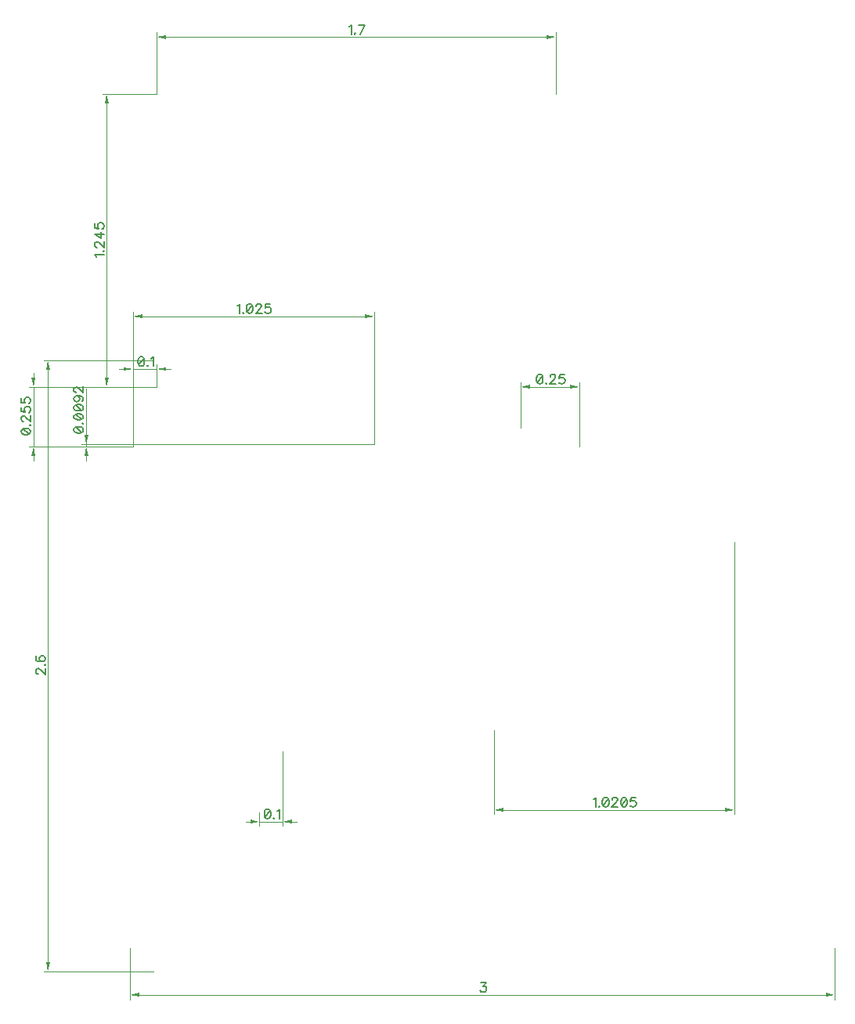
<source format=gbr>
G04 DipTrace 4.3.0.1*
G04 TopDimension.gbr*
%MOIN*%
G04 #@! TF.FileFunction,Drawing,Top*
G04 #@! TF.Part,Single*
%ADD13C,0.001181*%
%ADD112C,0.006176*%
%FSLAX26Y26*%
G04*
G70*
G90*
G75*
G01*
G04 TopDimension*
%LPD*%
X943700Y1068700D2*
D13*
Y1011515D1*
X1043700Y1331200D2*
Y1011515D1*
X943700Y1031200D2*
X1043700D1*
X884645D2*
X904330D1*
G36*
X943700D2*
X904330Y1023326D1*
Y1039074D1*
X943700Y1031200D1*
G37*
X1102755D2*
D13*
X1083070D1*
G36*
X1043700D2*
X1083070Y1039074D1*
Y1023326D1*
X1043700Y1031200D1*
G37*
X2964172Y2218700D2*
D13*
Y1061515D1*
X1943700Y1418700D2*
Y1061515D1*
X2453936Y1081200D2*
X2924802D1*
G36*
X2964172D2*
X2924802Y1073326D1*
Y1089074D1*
X2964172Y1081200D1*
G37*
X2453936D2*
D13*
X1983070D1*
G36*
X1943700D2*
X1983070Y1089074D1*
Y1073326D1*
X1943700Y1081200D1*
G37*
X406200Y2626200D2*
D13*
Y3200885D1*
X1431200Y2635432D2*
Y3200885D1*
X918700Y3181200D2*
X445570D1*
G36*
X406200D2*
X445570Y3189074D1*
Y3173326D1*
X406200Y3181200D1*
G37*
X918700D2*
D13*
X1391830D1*
G36*
X1431200D2*
X1391830Y3173326D1*
Y3189074D1*
X1431200Y3181200D1*
G37*
X2056200Y2706200D2*
D13*
Y2900885D1*
X2306200Y2626200D2*
Y2900885D1*
X2181200Y2881200D2*
X2095570D1*
G36*
X2056200D2*
X2095570Y2889074D1*
Y2873326D1*
X2056200Y2881200D1*
G37*
X2181200D2*
D13*
X2266830D1*
G36*
X2306200D2*
X2266830Y2873326D1*
Y2889074D1*
X2306200Y2881200D1*
G37*
X1431200Y2635432D2*
D13*
X186515D1*
X406200Y2626200D2*
X186515D1*
X206200Y2635432D2*
Y2626200D1*
Y2694487D2*
Y2674802D1*
G36*
Y2635432D2*
X198326Y2674802D1*
X214074D1*
X206200Y2635432D1*
G37*
Y2567145D2*
D13*
Y2586830D1*
G36*
Y2626200D2*
X214074Y2586830D1*
X198326D1*
X206200Y2626200D1*
G37*
Y2872478D2*
D13*
Y2635432D1*
X506200Y4126200D2*
X274015D1*
X506200Y2881200D2*
X274015D1*
X293700Y3503700D2*
Y4086830D1*
G36*
Y4126200D2*
X301574Y4086830D1*
X285826D1*
X293700Y4126200D1*
G37*
Y3503700D2*
D13*
Y2920570D1*
G36*
Y2881200D2*
X285826Y2920570D1*
X301574D1*
X293700Y2881200D1*
G37*
X506200D2*
D13*
X-38485D1*
X406200Y2626200D2*
X-38485D1*
X-18800Y2881200D2*
Y2626200D1*
Y2940255D2*
Y2920570D1*
G36*
Y2881200D2*
X-26674Y2920570D1*
X-10926D1*
X-18800Y2881200D1*
G37*
Y2567145D2*
D13*
Y2586830D1*
G36*
Y2626200D2*
X-10926Y2586830D1*
X-26674D1*
X-18800Y2626200D1*
G37*
X506200Y2881200D2*
D13*
Y2975885D1*
X406200Y2626200D2*
Y2975885D1*
Y2956200D2*
X506200D1*
X347145D2*
X366830D1*
G36*
X406200D2*
X366830Y2948326D1*
Y2964074D1*
X406200Y2956200D1*
G37*
X565255D2*
D13*
X545570D1*
G36*
X506200D2*
X545570Y2964074D1*
Y2948326D1*
X506200Y2956200D1*
G37*
Y4126200D2*
D13*
Y4388385D1*
X2206200Y4126200D2*
Y4388385D1*
X1356200Y4368700D2*
X545570D1*
G36*
X506200D2*
X545570Y4376574D1*
Y4360826D1*
X506200Y4368700D1*
G37*
X1356200D2*
D13*
X2166830D1*
G36*
X2206200D2*
X2166830Y4360826D1*
Y4376574D1*
X2206200Y4368700D1*
G37*
X493700Y2993700D2*
D13*
X24015D1*
X493700Y393700D2*
X24015D1*
X43700Y1693700D2*
Y2954330D1*
G36*
Y2993700D2*
X51574Y2954330D1*
X35826D1*
X43700Y2993700D1*
G37*
Y1693700D2*
D13*
Y433070D1*
G36*
Y393700D2*
X35826Y433070D1*
X51574D1*
X43700Y393700D1*
G37*
X393700Y493700D2*
D13*
Y274015D1*
X3393700Y493700D2*
Y274015D1*
X1893700Y293700D2*
X433070D1*
G36*
X393700D2*
X433070Y301574D1*
Y285826D1*
X393700Y293700D1*
G37*
X1893700D2*
D13*
X3354330D1*
G36*
X3393700D2*
X3354330Y285826D1*
Y301574D1*
X3393700Y293700D1*
G37*
X975814Y1083559D2*
D112*
X970066Y1081657D1*
X966220Y1075909D1*
X964318Y1066359D1*
Y1060611D1*
X966220Y1051060D1*
X970066Y1045312D1*
X975814Y1043411D1*
X979617D1*
X985365Y1045312D1*
X989168Y1051060D1*
X991113Y1060611D1*
Y1066359D1*
X989168Y1075909D1*
X985365Y1081657D1*
X979617Y1083559D1*
X975814D1*
X989168Y1075909D2*
X966220Y1051060D1*
X1005366Y1047258D2*
X1003464Y1045312D1*
X1005366Y1043411D1*
X1007311Y1045312D1*
X1005366Y1047258D1*
X1019663Y1075909D2*
X1023509Y1077855D1*
X1029257Y1083559D1*
Y1043411D1*
X2365835Y1125909D2*
X2369682Y1127855D1*
X2375430Y1133559D1*
Y1093411D1*
X2389683Y1097258D2*
X2387782Y1095312D1*
X2389683Y1093411D1*
X2391628Y1095312D1*
X2389683Y1097258D1*
X2415476Y1133559D2*
X2409728Y1131657D1*
X2405881Y1125909D1*
X2403980Y1116359D1*
Y1110611D1*
X2405881Y1101060D1*
X2409728Y1095312D1*
X2415476Y1093411D1*
X2419278D1*
X2425026Y1095312D1*
X2428829Y1101060D1*
X2430774Y1110611D1*
Y1116359D1*
X2428829Y1125909D1*
X2425026Y1131657D1*
X2419278Y1133559D1*
X2415476D1*
X2428829Y1125909D2*
X2405881Y1101060D1*
X2445071Y1124008D2*
Y1125909D1*
X2446973Y1129756D1*
X2448874Y1131657D1*
X2452721Y1133559D1*
X2460370D1*
X2464173Y1131657D1*
X2466074Y1129756D1*
X2468019Y1125909D1*
Y1122107D1*
X2466074Y1118260D1*
X2462271Y1112556D1*
X2443126Y1093411D1*
X2469921D1*
X2493768Y1133559D2*
X2488020Y1131657D1*
X2484173Y1125909D1*
X2482272Y1116359D1*
Y1110611D1*
X2484173Y1101060D1*
X2488020Y1095312D1*
X2493768Y1093411D1*
X2497571D1*
X2503319Y1095312D1*
X2507121Y1101060D1*
X2509067Y1110611D1*
Y1116359D1*
X2507121Y1125909D1*
X2503319Y1131657D1*
X2497571Y1133559D1*
X2493768D1*
X2507121Y1125909D2*
X2484173Y1101060D1*
X2544366Y1133559D2*
X2525265D1*
X2523363Y1116359D1*
X2525265Y1118260D1*
X2531013Y1120205D1*
X2536717D1*
X2542465Y1118260D1*
X2546311Y1114457D1*
X2548213Y1108709D1*
Y1104907D1*
X2546311Y1099159D1*
X2542465Y1095312D1*
X2536717Y1093411D1*
X2531013D1*
X2525265Y1095312D1*
X2523363Y1097258D1*
X2521418Y1101060D1*
X850172Y3225909D2*
X854019Y3227855D1*
X859767Y3233559D1*
Y3193411D1*
X874020Y3197258D2*
X872118Y3195312D1*
X874020Y3193411D1*
X875965Y3195312D1*
X874020Y3197258D1*
X899813Y3233559D2*
X894065Y3231657D1*
X890218Y3225909D1*
X888317Y3216359D1*
Y3210611D1*
X890218Y3201060D1*
X894065Y3195312D1*
X899813Y3193411D1*
X903615D1*
X909363Y3195312D1*
X913166Y3201060D1*
X915111Y3210611D1*
Y3216359D1*
X913166Y3225909D1*
X909363Y3231657D1*
X903615Y3233559D1*
X899813D1*
X913166Y3225909D2*
X890218Y3201060D1*
X929408Y3224008D2*
Y3225909D1*
X931309Y3229756D1*
X933211Y3231657D1*
X937057Y3233559D1*
X944707D1*
X948509Y3231657D1*
X950411Y3229756D1*
X952356Y3225909D1*
Y3222107D1*
X950411Y3218260D1*
X946608Y3212556D1*
X927463Y3193411D1*
X954257D1*
X989557Y3233559D2*
X970456D1*
X968554Y3216359D1*
X970456Y3218260D1*
X976204Y3220205D1*
X981907D1*
X987655Y3218260D1*
X991502Y3214457D1*
X993403Y3208709D1*
Y3204907D1*
X991502Y3199159D1*
X987655Y3195312D1*
X981907Y3193411D1*
X976204D1*
X970456Y3195312D1*
X968554Y3197258D1*
X966609Y3201060D1*
X2135141Y2933559D2*
X2129393Y2931657D1*
X2125547Y2925909D1*
X2123645Y2916359D1*
Y2910611D1*
X2125547Y2901060D1*
X2129393Y2895312D1*
X2135141Y2893411D1*
X2138944D1*
X2144692Y2895312D1*
X2148495Y2901060D1*
X2150440Y2910611D1*
Y2916359D1*
X2148495Y2925909D1*
X2144692Y2931657D1*
X2138944Y2933559D1*
X2135141D1*
X2148495Y2925909D2*
X2125547Y2901060D1*
X2164693Y2897258D2*
X2162791Y2895312D1*
X2164693Y2893411D1*
X2166638Y2895312D1*
X2164693Y2897258D1*
X2180935Y2924008D2*
Y2925909D1*
X2182836Y2929756D1*
X2184738Y2931657D1*
X2188584Y2933559D1*
X2196234D1*
X2200036Y2931657D1*
X2201938Y2929756D1*
X2203883Y2925909D1*
Y2922107D1*
X2201938Y2918260D1*
X2198135Y2912556D1*
X2178990Y2893411D1*
X2205784D1*
X2241084Y2933559D2*
X2221982D1*
X2220081Y2916359D1*
X2221982Y2918260D1*
X2227730Y2920205D1*
X2233434D1*
X2239182Y2918260D1*
X2243029Y2914457D1*
X2244930Y2908709D1*
Y2904907D1*
X2243029Y2899159D1*
X2239182Y2895312D1*
X2233434Y2893411D1*
X2227730D1*
X2221982Y2895312D1*
X2220081Y2897258D1*
X2218136Y2901060D1*
X153841Y2695562D2*
X155743Y2689814D1*
X161491Y2685967D1*
X171041Y2684066D1*
X176789D1*
X186340Y2685967D1*
X192088Y2689814D1*
X193989Y2695562D1*
Y2699365D1*
X192088Y2705113D1*
X186340Y2708915D1*
X176789Y2710861D1*
X171041D1*
X161491Y2708915D1*
X155743Y2705113D1*
X153841Y2699365D1*
Y2695562D1*
X161491Y2708915D2*
X186340Y2685967D1*
X190142Y2725113D2*
X192088Y2723212D1*
X193989Y2725113D1*
X192088Y2727059D1*
X190142Y2725113D1*
X153841Y2750906D2*
X155743Y2745158D1*
X161491Y2741311D1*
X171041Y2739410D1*
X176789D1*
X186340Y2741311D1*
X192088Y2745158D1*
X193989Y2750906D1*
Y2754709D1*
X192088Y2760457D1*
X186340Y2764259D1*
X176789Y2766205D1*
X171041D1*
X161491Y2764259D1*
X155743Y2760457D1*
X153841Y2754709D1*
Y2750906D1*
X161491Y2764259D2*
X186340Y2741311D1*
X153841Y2790052D2*
X155743Y2784304D1*
X161491Y2780457D1*
X171041Y2778556D1*
X176789D1*
X186340Y2780457D1*
X192088Y2784304D1*
X193989Y2790052D1*
Y2793855D1*
X192088Y2799603D1*
X186340Y2803405D1*
X176789Y2805351D1*
X171041D1*
X161491Y2803405D1*
X155743Y2799603D1*
X153841Y2793855D1*
Y2790052D1*
X161491Y2803405D2*
X186340Y2780457D1*
X167195Y2842596D2*
X172943Y2840650D1*
X176789Y2836848D1*
X178691Y2831100D1*
Y2829198D1*
X176789Y2823450D1*
X172943Y2819648D1*
X167195Y2817702D1*
X165293D1*
X159545Y2819648D1*
X155743Y2823450D1*
X153841Y2829198D1*
Y2831100D1*
X155743Y2836848D1*
X159545Y2840650D1*
X167195Y2842596D1*
X176789D1*
X186340Y2840650D1*
X192088Y2836848D1*
X193989Y2831100D1*
Y2827297D1*
X192088Y2821549D1*
X188241Y2819648D1*
X163392Y2856893D2*
X161491D1*
X157644Y2858794D1*
X155743Y2860695D1*
X153841Y2864542D1*
Y2872191D1*
X155743Y2875994D1*
X157644Y2877895D1*
X161491Y2879840D1*
X165293D1*
X169140Y2877895D1*
X174844Y2874092D1*
X193989Y2854947D1*
Y2881742D1*
X248991Y3434222D2*
X247045Y3438068D1*
X241341Y3443816D1*
X281489D1*
X277642Y3458069D2*
X279588Y3456168D1*
X281489Y3458069D1*
X279588Y3460015D1*
X277642Y3458069D1*
X250892Y3474311D2*
X248991D1*
X245144Y3476213D1*
X243243Y3478114D1*
X241341Y3481961D1*
Y3489610D1*
X243243Y3493413D1*
X245144Y3495314D1*
X248991Y3497259D1*
X252793D1*
X256640Y3495314D1*
X262344Y3491511D1*
X281489Y3472366D1*
Y3499161D1*
Y3530657D2*
X241341D1*
X268092Y3511512D1*
Y3540208D1*
X241341Y3575507D2*
Y3556406D1*
X258541Y3554505D1*
X256640Y3556406D1*
X254695Y3562154D1*
Y3567858D1*
X256640Y3573606D1*
X260443Y3577453D1*
X266191Y3579354D1*
X269993D1*
X275741Y3577453D1*
X279588Y3573606D1*
X281489Y3567858D1*
Y3562154D1*
X279588Y3556406D1*
X277642Y3554505D1*
X273840Y3552559D1*
X-71159Y2688068D2*
X-69257Y2682320D1*
X-63509Y2678474D1*
X-53959Y2676572D1*
X-48211D1*
X-38660Y2678474D1*
X-32912Y2682320D1*
X-31011Y2688068D1*
Y2691871D1*
X-32912Y2697619D1*
X-38660Y2701422D1*
X-48211Y2703367D1*
X-53959D1*
X-63509Y2701422D1*
X-69257Y2697619D1*
X-71159Y2691871D1*
Y2688068D1*
X-63509Y2701422D2*
X-38660Y2678474D1*
X-34858Y2717620D2*
X-32912Y2715718D1*
X-31011Y2717620D1*
X-32912Y2719565D1*
X-34858Y2717620D1*
X-61608Y2733862D2*
X-63509D1*
X-67356Y2735763D1*
X-69257Y2737665D1*
X-71159Y2741511D1*
Y2749161D1*
X-69257Y2752963D1*
X-67356Y2754864D1*
X-63509Y2756810D1*
X-59707D1*
X-55860Y2754864D1*
X-50156Y2751062D1*
X-31011Y2731917D1*
Y2758711D1*
X-71159Y2794011D2*
Y2774909D1*
X-53959Y2773008D1*
X-55860Y2774909D1*
X-57805Y2780657D1*
Y2786361D1*
X-55860Y2792109D1*
X-52057Y2795956D1*
X-46309Y2797857D1*
X-42507D1*
X-36759Y2795956D1*
X-32912Y2792109D1*
X-31011Y2786361D1*
Y2780657D1*
X-32912Y2774909D1*
X-34858Y2773008D1*
X-38660Y2771063D1*
X-71159Y2833157D2*
Y2814055D1*
X-53959Y2812154D1*
X-55860Y2814055D1*
X-57805Y2819803D1*
Y2825507D1*
X-55860Y2831255D1*
X-52057Y2835102D1*
X-46309Y2837003D1*
X-42507D1*
X-36759Y2835102D1*
X-32912Y2831255D1*
X-31011Y2825507D1*
Y2819803D1*
X-32912Y2814055D1*
X-34858Y2812154D1*
X-38660Y2810209D1*
X438314Y3008559D2*
X432566Y3006657D1*
X428720Y3000909D1*
X426818Y2991359D1*
Y2985611D1*
X428720Y2976060D1*
X432566Y2970312D1*
X438314Y2968411D1*
X442117D1*
X447865Y2970312D1*
X451668Y2976060D1*
X453613Y2985611D1*
Y2991359D1*
X451668Y3000909D1*
X447865Y3006657D1*
X442117Y3008559D1*
X438314D1*
X451668Y3000909D2*
X428720Y2976060D1*
X467866Y2972258D2*
X465964Y2970312D1*
X467866Y2968411D1*
X469811Y2970312D1*
X467866Y2972258D1*
X482163Y3000909D2*
X486009Y3002855D1*
X491757Y3008559D1*
Y2968411D1*
X1326818Y4413409D2*
X1330665Y4415355D1*
X1336413Y4421059D1*
Y4380911D1*
X1350666Y4384758D2*
X1348765Y4382812D1*
X1350666Y4380911D1*
X1352611Y4382812D1*
X1350666Y4384758D1*
X1372612Y4380911D2*
X1391757Y4421059D1*
X1364963D1*
X892Y1658637D2*
X-1009D1*
X-4856Y1660538D1*
X-6757Y1662439D1*
X-8659Y1666286D1*
Y1673935D1*
X-6757Y1677738D1*
X-4856Y1679639D1*
X-1009Y1681585D1*
X2793D1*
X6640Y1679639D1*
X12344Y1675837D1*
X31489Y1656691D1*
Y1683486D1*
X27642Y1697738D2*
X29588Y1695837D1*
X31489Y1697738D1*
X29588Y1699684D1*
X27642Y1697738D1*
X-2955Y1734983D2*
X-6757Y1733082D1*
X-8659Y1727334D1*
Y1723531D1*
X-6757Y1717783D1*
X-1009Y1713937D1*
X8541Y1712035D1*
X18092D1*
X25741Y1713937D1*
X29588Y1717783D1*
X31489Y1723531D1*
Y1725433D1*
X29588Y1731137D1*
X25741Y1734983D1*
X19993Y1736885D1*
X18092D1*
X12344Y1734983D1*
X8541Y1731137D1*
X6640Y1725433D1*
Y1723531D1*
X8541Y1717783D1*
X12344Y1713937D1*
X18092Y1712035D1*
X1887237Y346059D2*
X1908240D1*
X1896788Y330760D1*
X1902536D1*
X1906338Y328859D1*
X1908240Y326957D1*
X1910185Y321209D1*
Y317407D1*
X1908240Y311659D1*
X1904437Y307812D1*
X1898689Y305911D1*
X1892941D1*
X1887237Y307812D1*
X1885336Y309758D1*
X1883391Y313560D1*
M02*

</source>
